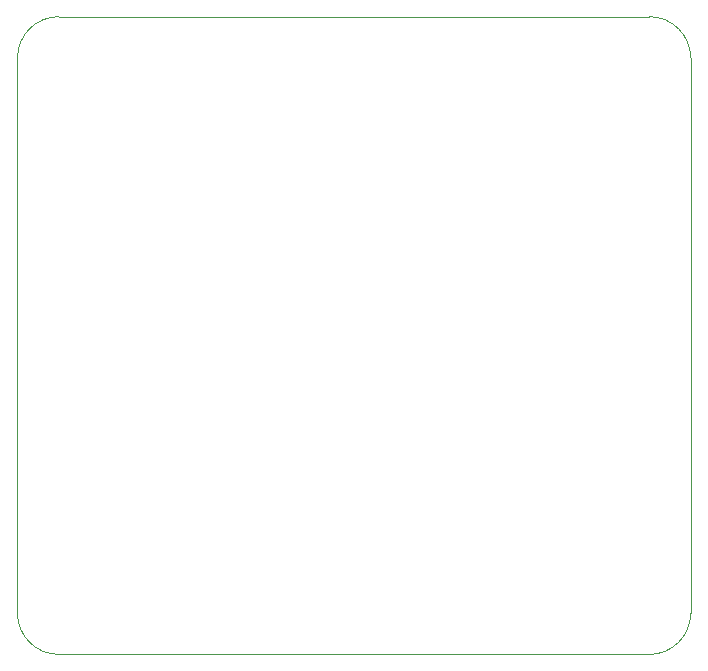
<source format=gbr>
%TF.GenerationSoftware,KiCad,Pcbnew,9.0.4*%
%TF.CreationDate,2025-10-13T17:03:12+02:00*%
%TF.ProjectId,ProjetX,50726f6a-6574-4582-9e6b-696361645f70,rev?*%
%TF.SameCoordinates,Original*%
%TF.FileFunction,Profile,NP*%
%FSLAX46Y46*%
G04 Gerber Fmt 4.6, Leading zero omitted, Abs format (unit mm)*
G04 Created by KiCad (PCBNEW 9.0.4) date 2025-10-13 17:03:12*
%MOMM*%
%LPD*%
G01*
G04 APERTURE LIST*
%TA.AperFunction,Profile*%
%ADD10C,0.100000*%
%TD*%
G04 APERTURE END LIST*
D10*
X192000000Y-125500000D02*
G75*
G02*
X188500000Y-129000000I-3500000J0D01*
G01*
X135000000Y-78500000D02*
G75*
G02*
X138500000Y-75000000I3500000J0D01*
G01*
X138500000Y-129000000D02*
X188500000Y-129000000D01*
X138500000Y-129000000D02*
G75*
G02*
X135000000Y-125500000I0J3500000D01*
G01*
X188500000Y-75000000D02*
X138500000Y-75000000D01*
X135000000Y-78500000D02*
X135000000Y-125500000D01*
X188500000Y-75000000D02*
G75*
G02*
X192000000Y-78500000I0J-3500000D01*
G01*
X192000000Y-125500000D02*
X192000000Y-78500000D01*
M02*

</source>
